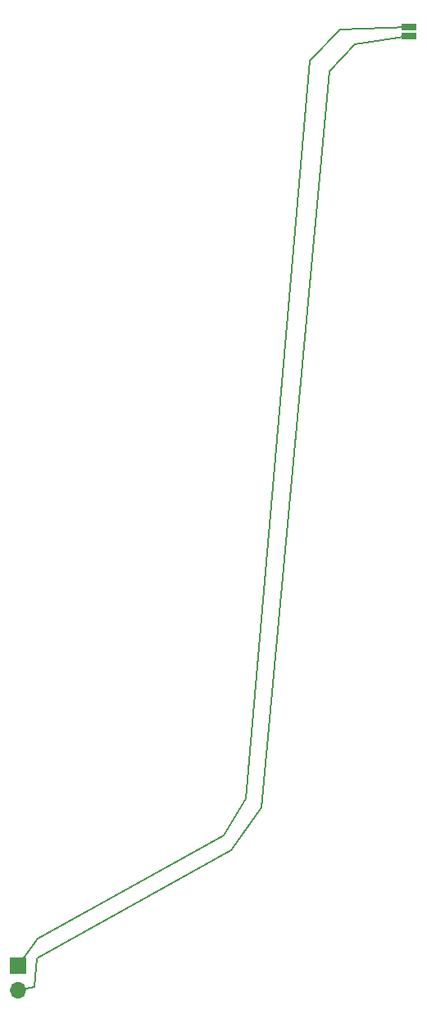
<source format=gtl>
%TF.GenerationSoftware,KiCad,Pcbnew,(6.0.4-0)*%
%TF.CreationDate,2022-03-28T19:53:30+01:00*%
%TF.ProjectId,DecimalPlace,44656369-6d61-46c5-906c-6163652e6b69,rev?*%
%TF.SameCoordinates,Original*%
%TF.FileFunction,Copper,L1,Top*%
%TF.FilePolarity,Positive*%
%FSLAX46Y46*%
G04 Gerber Fmt 4.6, Leading zero omitted, Abs format (unit mm)*
G04 Created by KiCad (PCBNEW (6.0.4-0)) date 2022-03-28 19:53:30*
%MOMM*%
%LPD*%
G01*
G04 APERTURE LIST*
%TA.AperFunction,ComponentPad*%
%ADD10R,1.700000X1.700000*%
%TD*%
%TA.AperFunction,ComponentPad*%
%ADD11O,1.700000X1.700000*%
%TD*%
%TA.AperFunction,SMDPad,CuDef*%
%ADD12R,1.600000X0.650000*%
%TD*%
%TA.AperFunction,Conductor*%
%ADD13C,0.200000*%
%TD*%
G04 APERTURE END LIST*
D10*
%TO.P,J1,1,Pin_1*%
%TO.N,/+*%
X159893000Y-148336000D03*
D11*
%TO.P,J1,2,Pin_2*%
%TO.N,/-*%
X159893000Y-150876000D03*
%TD*%
D12*
%TO.P,D1,1,K*%
%TO.N,/-*%
X200279000Y-52258000D03*
%TO.P,D1,2,A*%
%TO.N,/+*%
X200279000Y-51308000D03*
%TD*%
D13*
%TO.N,/+*%
X189992000Y-54737000D02*
X193167000Y-51562000D01*
X159893000Y-148336000D02*
X161925000Y-145542000D01*
X181102000Y-134874000D02*
X183388000Y-131064000D01*
X161925000Y-145542000D02*
X181102000Y-134874000D01*
X183388000Y-131064000D02*
X189992000Y-54737000D01*
X193167000Y-51562000D02*
X200279000Y-51308000D01*
%TO.N,/-*%
X185039000Y-131953000D02*
X181864000Y-136398000D01*
X161798000Y-147574000D02*
X161544000Y-150495000D01*
X181864000Y-136398000D02*
X161798000Y-147574000D01*
X194691000Y-53086000D02*
X192024000Y-55880000D01*
X200279000Y-52258000D02*
X194691000Y-53086000D01*
X192024000Y-55880000D02*
X185039000Y-131953000D01*
X161544000Y-150495000D02*
X159893000Y-150876000D01*
%TD*%
M02*

</source>
